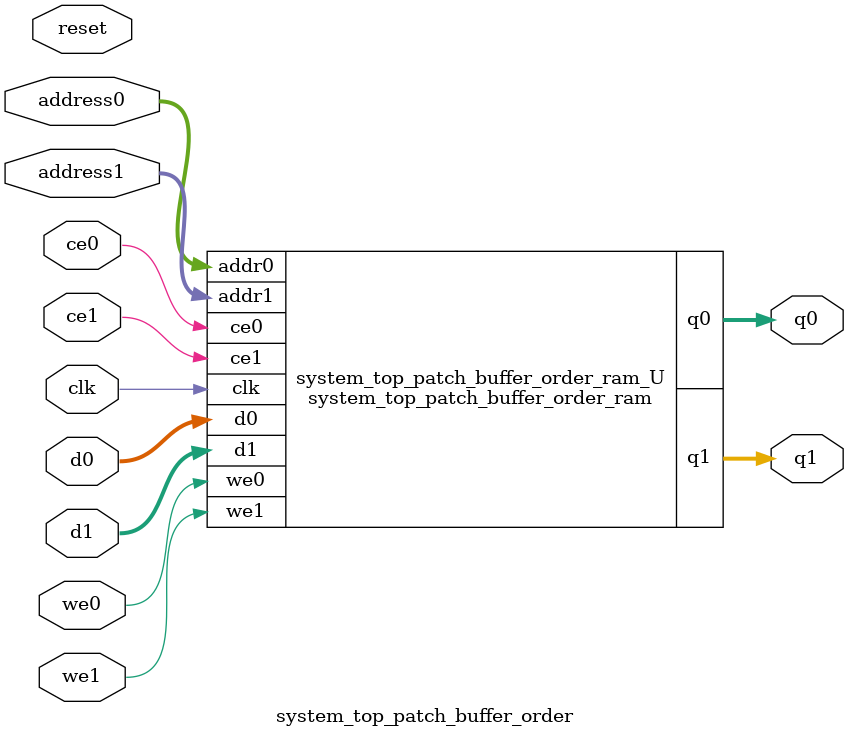
<source format=v>
`timescale 1 ns / 1 ps
module system_top_patch_buffer_order_ram (addr0, ce0, d0, we0, q0, addr1, ce1, d1, we1, q1,  clk);

parameter DWIDTH = 32;
parameter AWIDTH = 2;
parameter MEM_SIZE = 3;

input[AWIDTH-1:0] addr0;
input ce0;
input[DWIDTH-1:0] d0;
input we0;
output reg[DWIDTH-1:0] q0;
input[AWIDTH-1:0] addr1;
input ce1;
input[DWIDTH-1:0] d1;
input we1;
output reg[DWIDTH-1:0] q1;
input clk;

reg [DWIDTH-1:0] ram[0:MEM_SIZE-1];




always @(posedge clk)  
begin 
    if (ce0) begin
        if (we0) 
            ram[addr0] <= d0; 
        q0 <= ram[addr0];
    end
end


always @(posedge clk)  
begin 
    if (ce1) begin
        if (we1) 
            ram[addr1] <= d1; 
        q1 <= ram[addr1];
    end
end


endmodule

`timescale 1 ns / 1 ps
module system_top_patch_buffer_order(
    reset,
    clk,
    address0,
    ce0,
    we0,
    d0,
    q0,
    address1,
    ce1,
    we1,
    d1,
    q1);

parameter DataWidth = 32'd32;
parameter AddressRange = 32'd3;
parameter AddressWidth = 32'd2;
input reset;
input clk;
input[AddressWidth - 1:0] address0;
input ce0;
input we0;
input[DataWidth - 1:0] d0;
output[DataWidth - 1:0] q0;
input[AddressWidth - 1:0] address1;
input ce1;
input we1;
input[DataWidth - 1:0] d1;
output[DataWidth - 1:0] q1;



system_top_patch_buffer_order_ram system_top_patch_buffer_order_ram_U(
    .clk( clk ),
    .addr0( address0 ),
    .ce0( ce0 ),
    .we0( we0 ),
    .d0( d0 ),
    .q0( q0 ),
    .addr1( address1 ),
    .ce1( ce1 ),
    .we1( we1 ),
    .d1( d1 ),
    .q1( q1 ));

endmodule


</source>
